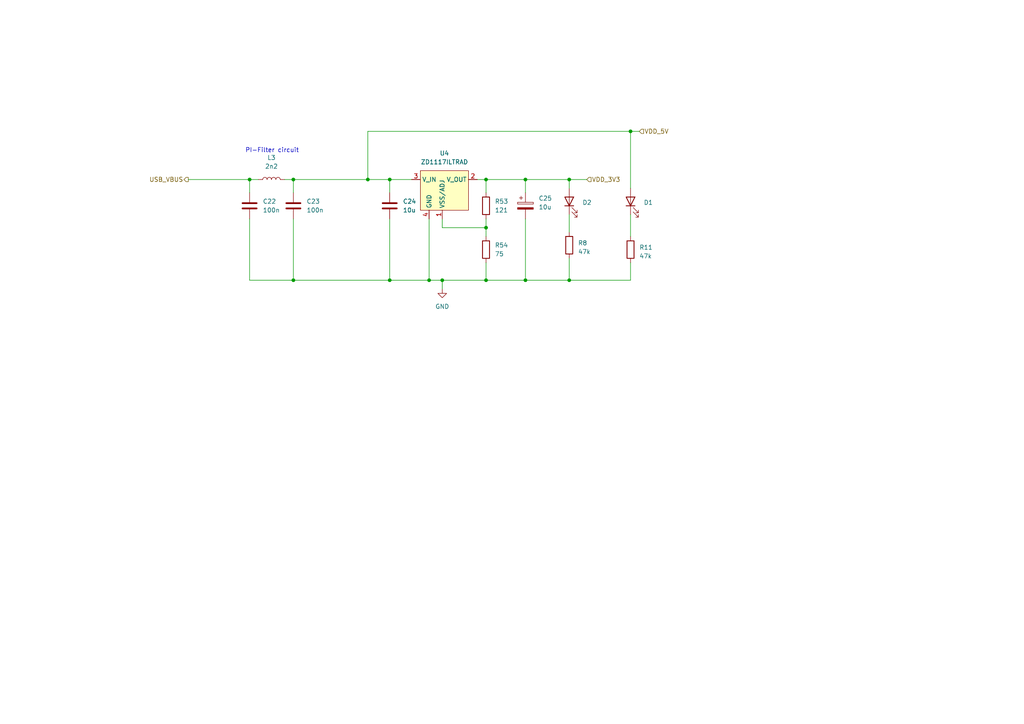
<source format=kicad_sch>
(kicad_sch (version 20230121) (generator eeschema)
  (paper "A4")
  (lib_symbols
    (symbol "Device:C" (pin_numbers hide) (pin_names (offset 0.254))
      (property "Reference" "C" (at 0.635 2.54 0))
      (property "Value" "C" (at 0.635 -2.54 0))
      (symbol "C_0_1"
        (polyline (pts (xy -2.032 -0.762) (xy 2.032 -0.762)) (stroke (width 0.508)))
        (polyline (pts (xy -2.032 0.762) (xy 2.032 0.762)) (stroke (width 0.508)))
      )
      (symbol "C_1_1"
        (pin passive line (at 0 3.81 270) (length 2.794) (name "~") (number "1"))
        (pin passive line (at 0 -3.81 90) (length 2.794) (name "~") (number "2"))
      )
    )
    (symbol "Device:C_Polarized" (pin_numbers hide) (pin_names (offset 0.254))
      (property "Reference" "C" (at 0.635 2.54 0))
      (property "Value" "C_Polarized" (at 0.635 -2.54 0))
      (symbol "C_Polarized_0_1"
        (rectangle (start -2.286 0.508) (end 2.286 1.016))
        (polyline (pts (xy -1.778 2.286) (xy -0.762 2.286)))
        (polyline (pts (xy -1.27 2.794) (xy -1.27 1.778)))
        (rectangle (start 2.286 -0.508) (end -2.286 -1.016) (fill (type outline)))
      )
      (symbol "C_Polarized_1_1"
        (pin passive line (at 0 3.81 270) (length 2.794) (name "~") (number "1"))
        (pin passive line (at 0 -3.81 90) (length 2.794) (name "~") (number "2"))
      )
    )
    (symbol "Device:L" (pin_numbers hide) (pin_names (offset 1.016) hide)
      (property "Reference" "L" (at -1.27 0 90))
      (property "Value" "L" (at 1.905 0 90))
      (symbol "L_0_1"
        (arc (start 0 -2.54) (mid 0.6323 -1.905) (end 0 -1.27))
        (arc (start 0 -1.27) (mid 0.6323 -0.635) (end 0 0))
        (arc (start 0 0) (mid 0.6323 0.635) (end 0 1.27))
        (arc (start 0 1.27) (mid 0.6323 1.905) (end 0 2.54))
      )
      (symbol "L_1_1"
        (pin passive line (at 0 3.81 270) (length 1.27) (name "1") (number "1"))
        (pin passive line (at 0 -3.81 90) (length 1.27) (name "2") (number "2"))
      )
    )
    (symbol "Device:LED" (pin_numbers hide) (pin_names (offset 1.016) hide)
      (property "Reference" "D" (at 0 2.54 0))
      (property "Value" "LED" (at 0 -2.54 0))
      (symbol "LED_0_1"
        (polyline (pts (xy -1.27 -1.27) (xy -1.27 1.27)) (stroke (width 0.254)))
        (polyline (pts (xy -1.27 0) (xy 1.27 0)))
        (polyline (pts (xy 1.27 -1.27) (xy 1.27 1.27) (xy -1.27 0) (xy 1.27 -1.27)) (stroke (width 0.254)))
        (polyline (pts (xy -3.048 -0.762) (xy -4.572 -2.286) (xy -3.81 -2.286) (xy -4.572 -2.286) (xy -4.572 -1.524)))
        (polyline (pts (xy -1.778 -0.762) (xy -3.302 -2.286) (xy -2.54 -2.286) (xy -3.302 -2.286) (xy -3.302 -1.524)))
      )
      (symbol "LED_1_1"
        (pin passive line (at -3.81 0 0) (length 2.54) (name "K") (number "1"))
        (pin passive line (at 3.81 0 180) (length 2.54) (name "A") (number "2"))
      )
    )
    (symbol "Device:R" (pin_numbers hide) (pin_names (offset 0))
      (property "Reference" "R" (at 2.032 0 90))
      (property "Value" "R" (at 0 0 90))
      (symbol "R_0_1"
        (rectangle (start -1.016 -2.54) (end 1.016 2.54) (stroke (width 0.254)))
      )
      (symbol "R_1_1"
        (pin passive line (at 0 3.81 270) (length 1.27) (name "~") (number "1"))
        (pin passive line (at 0 -3.81 90) (length 1.27) (name "~") (number "2"))
      )
    )
    (symbol "Prj_dcdc_converter:ZD1117ILTR"
      (property "Reference" "U" (at 0 0 0))
      (property "Value" "ZD1117ILTR" (at 0 0 0))
      (symbol "ZD1117ILTR_0_1"
        (rectangle (start -6.35 -2.54) (end 7.62 -13.97) (fill (type background)))
      )
      (symbol "ZD1117ILTR_1_1"
        (pin power_out line (at 0 -16.51 90) (length 2.54) (name "VSS/ADJ") (number "1"))
        (pin power_out line (at 10.16 -5.08 180) (length 2.54) (name "V_OUT") (number "2"))
        (pin power_in line (at -8.89 -5.08 0) (length 2.54) (name "V_IN") (number "3"))
        (pin passive line (at -3.81 -16.51 90) (length 2.54) (name "GND") (number "4"))
      )
    )
    (symbol "power:GND" (power) (pin_names (offset 0))
      (property "Value" "GND" (at 0 -3.81 0))
      (symbol "GND_0_1"
        (polyline (pts (xy 0 0) (xy 0 -1.27) (xy 1.27 -1.27) (xy 0 -2.54) (xy -1.27 -1.27) (xy 0 -1.27)))
      )
      (symbol "GND_1_1"
        (pin power_in line (at 0 0 270) (length 0) hide (name "GND") (number "1"))
      )
    )
  )
  (junction (at 85.09 81.28))
  (junction (at 140.97 66.04))
  (junction (at 113.03 81.28))
  (junction (at 72.39 52.07))
  (junction (at 140.97 52.07))
  (junction (at 124.46 81.28))
  (junction (at 165.1 52.07))
  (junction (at 165.1 81.28))
  (junction (at 106.68 52.07))
  (junction (at 152.4 81.28))
  (junction (at 152.4 52.07))
  (junction (at 182.88 38.1))
  (junction (at 113.03 52.07))
  (junction (at 85.09 52.07))
  (junction (at 140.97 81.28))
  (junction (at 128.27 81.28))
  (wire (pts (xy 128.27 63.5) (xy 128.27 66.04)))
  (wire (pts (xy 106.68 52.07) (xy 113.03 52.07)))
  (wire (pts (xy 72.39 63.5) (xy 72.39 81.28)))
  (wire (pts (xy 124.46 81.28) (xy 128.27 81.28)))
  (wire (pts (xy 85.09 63.5) (xy 85.09 81.28)))
  (wire (pts (xy 124.46 63.5) (xy 124.46 81.28)))
  (wire (pts (xy 152.4 52.07) (xy 152.4 55.88)))
  (wire (pts (xy 165.1 52.07) (xy 170.18 52.07)))
  (wire (pts (xy 152.4 81.28) (xy 140.97 81.28)))
  (wire (pts (xy 165.1 62.23) (xy 165.1 67.31)))
  (wire (pts (xy 182.88 38.1) (xy 185.42 38.1)))
  (wire (pts (xy 182.88 54.61) (xy 182.88 38.1)))
  (wire (pts (xy 165.1 81.28) (xy 182.88 81.28)))
  (wire (pts (xy 165.1 74.93) (xy 165.1 81.28)))
  (wire (pts (xy 106.68 38.1) (xy 182.88 38.1)))
  (wire (pts (xy 54.61 52.07) (xy 72.39 52.07)))
  (wire (pts (xy 152.4 63.5) (xy 152.4 81.28)))
  (wire (pts (xy 72.39 81.28) (xy 85.09 81.28)))
  (wire (pts (xy 140.97 63.5) (xy 140.97 66.04)))
  (wire (pts (xy 113.03 81.28) (xy 124.46 81.28)))
  (wire (pts (xy 128.27 66.04) (xy 140.97 66.04)))
  (wire (pts (xy 85.09 52.07) (xy 106.68 52.07)))
  (wire (pts (xy 152.4 81.28) (xy 165.1 81.28)))
  (wire (pts (xy 140.97 76.2) (xy 140.97 81.28)))
  (wire (pts (xy 182.88 76.2) (xy 182.88 81.28)))
  (wire (pts (xy 140.97 81.28) (xy 128.27 81.28)))
  (wire (pts (xy 182.88 62.23) (xy 182.88 68.58)))
  (wire (pts (xy 85.09 52.07) (xy 85.09 55.88)))
  (wire (pts (xy 152.4 52.07) (xy 165.1 52.07)))
  (wire (pts (xy 128.27 81.28) (xy 128.27 83.82)))
  (wire (pts (xy 82.55 52.07) (xy 85.09 52.07)))
  (wire (pts (xy 113.03 63.5) (xy 113.03 81.28)))
  (wire (pts (xy 72.39 52.07) (xy 72.39 55.88)))
  (wire (pts (xy 138.43 52.07) (xy 140.97 52.07)))
  (wire (pts (xy 140.97 52.07) (xy 140.97 55.88)))
  (wire (pts (xy 106.68 38.1) (xy 106.68 52.07)))
  (wire (pts (xy 165.1 52.07) (xy 165.1 54.61)))
  (wire (pts (xy 113.03 52.07) (xy 113.03 55.88)))
  (wire (pts (xy 113.03 52.07) (xy 119.38 52.07)))
  (wire (pts (xy 140.97 66.04) (xy 140.97 68.58)))
  (wire (pts (xy 140.97 52.07) (xy 152.4 52.07)))
  (wire (pts (xy 72.39 52.07) (xy 74.93 52.07)))
  (wire (pts (xy 85.09 81.28) (xy 113.03 81.28)))
  (text "PI-Filter circuit" (at 71.12 44.45 0) (effects (font (size 1.27 1.27)) (justify left bottom)))
  (hierarchical_label "VDD_3V3" (shape input) (at 170.18 52.07 0))
  (hierarchical_label "USB_VBUS" (shape output) (at 54.61 52.07 180))
  (hierarchical_label "VDD_5V" (shape input) (at 185.42 38.1 0))
  (symbol (lib_id "Device:LED") (at 182.88 58.42 90) (unit 1)
    (property "Reference" "D1" (at 186.69 58.7374 90) (effects (justify right)))
    (property "Value" "XL-1005UGC " (effects hide))
    (property "Footprint" "Diode_SMD:D_0402_1005Metric_Pad0.77x0.64mm_HandSolder" (effects hide))
  )
  (symbol (lib_id "Prj_dcdc_converter:ZD1117ILTR") (at 128.27 46.99 0) (unit 1)
    (property "Reference" "U4" (at 128.905 44.45 0))
    (property "Value" "ZD1117ILTRAD" (at 128.905 46.99 0))
    (property "Footprint" "Package_TO_SOT_SMD:SOT-223" (effects hide))
  )
  (symbol (lib_id "Device:C") (at 72.39 59.69 0) (unit 1)
    (property "Reference" "C22" (at 76.2 58.4199 0) (effects (justify left)))
    (property "Value" "100n" (at 76.2 60.9599 0) (effects (justify left)))
    (property "Footprint" "Capacitor_SMD:C_0402_1005Metric_Pad0.74x0.62mm_HandSolder" (effects hide))
  )
  (symbol (lib_id "Device:R") (at 140.97 72.39 0) (unit 1)
    (property "Reference" "R54" (at 143.51 71.1199 0) (effects (justify left)))
    (property "Value" "75" (at 143.51 73.6599 0) (effects (justify left)))
    (property "Footprint" "Resistor_SMD:R_0402_1005Metric_Pad0.72x0.64mm_HandSolder" (effects hide))
  )
  (symbol (lib_id "Device:R") (at 165.1 71.12 0) (unit 1)
    (property "Reference" "R8" (at 167.64 70.485 0) (effects (justify left)))
    (property "Value" "47k" (at 167.64 73.025 0) (effects (justify left)))
    (property "Footprint" "Resistor_SMD:R_0402_1005Metric_Pad0.72x0.64mm_HandSolder" (effects hide))
  )
  (symbol (lib_id "Device:LED") (at 165.1 58.42 90) (unit 1)
    (property "Reference" "D2" (at 168.91 58.7374 90) (effects (justify right)))
    (property "Value" "XL-1005UGC " (effects hide))
    (property "Footprint" "Diode_SMD:D_0402_1005Metric_Pad0.77x0.64mm_HandSolder" (effects hide))
  )
  (symbol (lib_id "Device:R") (at 182.88 72.39 0) (unit 1)
    (property "Reference" "R11" (at 185.42 71.755 0) (effects (justify left)))
    (property "Value" "47k" (at 185.42 74.295 0) (effects (justify left)))
    (property "Footprint" "Resistor_SMD:R_0402_1005Metric_Pad0.72x0.64mm_HandSolder" (effects hide))
  )
  (symbol (lib_id "Device:C_Polarized") (at 152.4 59.69 0) (unit 1)
    (property "Reference" "C25" (at 156.21 57.5309 0) (effects (justify left)))
    (property "Value" "10u" (at 156.21 60.0709 0) (effects (justify left)))
    (property "Footprint" "Capacitor_SMD:C_0805_2012Metric_Pad1.18x1.45mm_HandSolder" (effects hide))
  )
  (symbol (lib_id "Device:C") (at 113.03 59.69 0) (unit 1)
    (property "Reference" "C24" (at 116.84 58.4199 0) (effects (justify left)))
    (property "Value" "10u" (at 116.84 60.9599 0) (effects (justify left)))
    (property "Footprint" "Capacitor_SMD:C_0402_1005Metric_Pad0.74x0.62mm_HandSolder" (effects hide))
  )
  (symbol (lib_id "Device:C") (at 85.09 59.69 0) (unit 1)
    (property "Reference" "C23" (at 88.9 58.4199 0) (effects (justify left)))
    (property "Value" "100n" (at 88.9 60.9599 0) (effects (justify left)))
    (property "Footprint" "Capacitor_SMD:C_0402_1005Metric_Pad0.74x0.62mm_HandSolder" (effects hide))
  )
  (symbol (lib_id "Device:R") (at 140.97 59.69 0) (unit 1)
    (property "Reference" "R53" (at 143.51 58.4199 0) (effects (justify left)))
    (property "Value" "121" (at 143.51 60.9599 0) (effects (justify left)))
    (property "Footprint" "Resistor_SMD:R_0402_1005Metric_Pad0.72x0.64mm_HandSolder" (effects hide))
  )
  (symbol (lib_id "Device:L") (at 78.74 52.07 90) (unit 1)
    (property "Reference" "L3" (at 78.74 45.72 90))
    (property "Value" "2n2" (at 78.74 48.26 90))
    (property "Footprint" "Inductor_SMD:L_0402_1005Metric_Pad0.77x0.64mm_HandSolder" (effects hide))
  )
  (symbol (lib_id "power:GND") (at 128.27 83.82 0) (unit 1)
    (property "Reference" "#PWR027" (effects hide))
    (property "Value" "GND" (at 128.27 88.9 0))
  )
)
</source>
